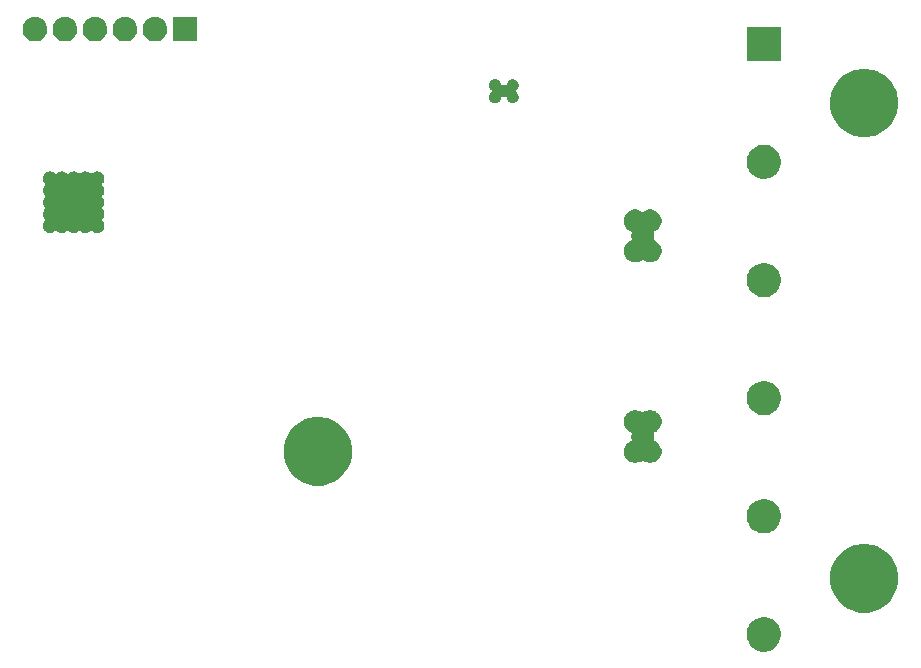
<source format=gbr>
G04 #@! TF.GenerationSoftware,KiCad,Pcbnew,(5.0.1)-3*
G04 #@! TF.CreationDate,2018-11-25T21:54:18-05:00*
G04 #@! TF.ProjectId,ESP32 Windlass,45535033322057696E646C6173732E6B,rev?*
G04 #@! TF.SameCoordinates,Original*
G04 #@! TF.FileFunction,Soldermask,Bot*
G04 #@! TF.FilePolarity,Negative*
%FSLAX46Y46*%
G04 Gerber Fmt 4.6, Leading zero omitted, Abs format (unit mm)*
G04 Created by KiCad (PCBNEW (5.0.1)-3) date 11/25/2018 9:54:18 PM*
%MOMM*%
%LPD*%
G01*
G04 APERTURE LIST*
%ADD10C,0.100000*%
G04 APERTURE END LIST*
D10*
G36*
X187922947Y-102355722D02*
X188186833Y-102465027D01*
X188424324Y-102623713D01*
X188626287Y-102825676D01*
X188784973Y-103063167D01*
X188894278Y-103327053D01*
X188950000Y-103607186D01*
X188950000Y-103892814D01*
X188894278Y-104172947D01*
X188784973Y-104436833D01*
X188626287Y-104674324D01*
X188424324Y-104876287D01*
X188186833Y-105034973D01*
X187922947Y-105144278D01*
X187642814Y-105200000D01*
X187357186Y-105200000D01*
X187077053Y-105144278D01*
X186813167Y-105034973D01*
X186575676Y-104876287D01*
X186373713Y-104674324D01*
X186215027Y-104436833D01*
X186105722Y-104172947D01*
X186050000Y-103892814D01*
X186050000Y-103607186D01*
X186105722Y-103327053D01*
X186215027Y-103063167D01*
X186373713Y-102825676D01*
X186575676Y-102623713D01*
X186813167Y-102465027D01*
X187077053Y-102355722D01*
X187357186Y-102300000D01*
X187642814Y-102300000D01*
X187922947Y-102355722D01*
X187922947Y-102355722D01*
G37*
G36*
X196659141Y-96174297D02*
X196845899Y-96211445D01*
X197064506Y-96301995D01*
X197373664Y-96430052D01*
X197848645Y-96747425D01*
X198252575Y-97151355D01*
X198569948Y-97626336D01*
X198788555Y-98154102D01*
X198900000Y-98714373D01*
X198900000Y-99285627D01*
X198788555Y-99845898D01*
X198569948Y-100373664D01*
X198252575Y-100848645D01*
X197848645Y-101252575D01*
X197373664Y-101569948D01*
X197064506Y-101698005D01*
X196845899Y-101788555D01*
X196659141Y-101825703D01*
X196285627Y-101900000D01*
X195714373Y-101900000D01*
X195340859Y-101825703D01*
X195154101Y-101788555D01*
X194935494Y-101698005D01*
X194626336Y-101569948D01*
X194151355Y-101252575D01*
X193747425Y-100848645D01*
X193430052Y-100373664D01*
X193211445Y-99845898D01*
X193100000Y-99285627D01*
X193100000Y-98714373D01*
X193211445Y-98154102D01*
X193430052Y-97626336D01*
X193747425Y-97151355D01*
X194151355Y-96747425D01*
X194626336Y-96430052D01*
X194935494Y-96301995D01*
X195154101Y-96211445D01*
X195340859Y-96174297D01*
X195714373Y-96100000D01*
X196285627Y-96100000D01*
X196659141Y-96174297D01*
X196659141Y-96174297D01*
G37*
G36*
X187922947Y-92355722D02*
X188186833Y-92465027D01*
X188424324Y-92623713D01*
X188626287Y-92825676D01*
X188784973Y-93063167D01*
X188894278Y-93327053D01*
X188950000Y-93607186D01*
X188950000Y-93892814D01*
X188894278Y-94172947D01*
X188784973Y-94436833D01*
X188626287Y-94674324D01*
X188424324Y-94876287D01*
X188186833Y-95034973D01*
X187922947Y-95144278D01*
X187642814Y-95200000D01*
X187357186Y-95200000D01*
X187077053Y-95144278D01*
X186813167Y-95034973D01*
X186575676Y-94876287D01*
X186373713Y-94674324D01*
X186215027Y-94436833D01*
X186105722Y-94172947D01*
X186050000Y-93892814D01*
X186050000Y-93607186D01*
X186105722Y-93327053D01*
X186215027Y-93063167D01*
X186373713Y-92825676D01*
X186575676Y-92623713D01*
X186813167Y-92465027D01*
X187077053Y-92355722D01*
X187357186Y-92300000D01*
X187642814Y-92300000D01*
X187922947Y-92355722D01*
X187922947Y-92355722D01*
G37*
G36*
X150409141Y-85424297D02*
X150595899Y-85461445D01*
X150814506Y-85551995D01*
X151123664Y-85680052D01*
X151598645Y-85997425D01*
X152002575Y-86401355D01*
X152319948Y-86876336D01*
X152448005Y-87185494D01*
X152538555Y-87404101D01*
X152541341Y-87418109D01*
X152650000Y-87964373D01*
X152650000Y-88535627D01*
X152612196Y-88725678D01*
X152538555Y-89095899D01*
X152516072Y-89150178D01*
X152319948Y-89623664D01*
X152002575Y-90098645D01*
X151598645Y-90502575D01*
X151123664Y-90819948D01*
X150814506Y-90948005D01*
X150595899Y-91038555D01*
X150409141Y-91075703D01*
X150035627Y-91150000D01*
X149464373Y-91150000D01*
X149090859Y-91075703D01*
X148904101Y-91038555D01*
X148685494Y-90948005D01*
X148376336Y-90819948D01*
X147901355Y-90502575D01*
X147497425Y-90098645D01*
X147180052Y-89623664D01*
X146983928Y-89150178D01*
X146961445Y-89095899D01*
X146887804Y-88725678D01*
X146850000Y-88535627D01*
X146850000Y-87964373D01*
X146958659Y-87418109D01*
X146961445Y-87404101D01*
X147051995Y-87185494D01*
X147180052Y-86876336D01*
X147497425Y-86401355D01*
X147901355Y-85997425D01*
X148376336Y-85680052D01*
X148685494Y-85551995D01*
X148904101Y-85461445D01*
X149090859Y-85424297D01*
X149464373Y-85350000D01*
X150035627Y-85350000D01*
X150409141Y-85424297D01*
X150409141Y-85424297D01*
G37*
G36*
X176895603Y-84804968D02*
X176895606Y-84804969D01*
X176895605Y-84804969D01*
X177070678Y-84877486D01*
X177180553Y-84950903D01*
X177202164Y-84962455D01*
X177225613Y-84969568D01*
X177249999Y-84971970D01*
X177274386Y-84969568D01*
X177297835Y-84962455D01*
X177319447Y-84950903D01*
X177429322Y-84877486D01*
X177604395Y-84804969D01*
X177604394Y-84804969D01*
X177604397Y-84804968D01*
X177790250Y-84768000D01*
X177979750Y-84768000D01*
X178165603Y-84804968D01*
X178165606Y-84804969D01*
X178165605Y-84804969D01*
X178340678Y-84877486D01*
X178418923Y-84929768D01*
X178498241Y-84982767D01*
X178632233Y-85116759D01*
X178685232Y-85196077D01*
X178737514Y-85274322D01*
X178793603Y-85409734D01*
X178810032Y-85449397D01*
X178847000Y-85635250D01*
X178847000Y-85824750D01*
X178810032Y-86010603D01*
X178810031Y-86010605D01*
X178737514Y-86185678D01*
X178737513Y-86185679D01*
X178632233Y-86343241D01*
X178498241Y-86477233D01*
X178450389Y-86509207D01*
X178340678Y-86582514D01*
X178257261Y-86617066D01*
X178235650Y-86628617D01*
X178216708Y-86644163D01*
X178201163Y-86663105D01*
X178189612Y-86684716D01*
X178182499Y-86708165D01*
X178180097Y-86732551D01*
X178182499Y-86756937D01*
X178212000Y-86905250D01*
X178212000Y-87094750D01*
X178182499Y-87243063D01*
X178180097Y-87267449D01*
X178182499Y-87291836D01*
X178189612Y-87315285D01*
X178201163Y-87336896D01*
X178216709Y-87355838D01*
X178235651Y-87371383D01*
X178257260Y-87382933D01*
X178340678Y-87417486D01*
X178340679Y-87417487D01*
X178498241Y-87522767D01*
X178632233Y-87656759D01*
X178673345Y-87718287D01*
X178737514Y-87814322D01*
X178759550Y-87867522D01*
X178810032Y-87989397D01*
X178847000Y-88175250D01*
X178847000Y-88364750D01*
X178810032Y-88550603D01*
X178810031Y-88550605D01*
X178737514Y-88725678D01*
X178737513Y-88725679D01*
X178632233Y-88883241D01*
X178498241Y-89017233D01*
X178482082Y-89028030D01*
X178340678Y-89122514D01*
X178205266Y-89178603D01*
X178165603Y-89195032D01*
X177979750Y-89232000D01*
X177790250Y-89232000D01*
X177604397Y-89195032D01*
X177582032Y-89185768D01*
X177429322Y-89122514D01*
X177319446Y-89049097D01*
X177297836Y-89037545D01*
X177274387Y-89030432D01*
X177250001Y-89028030D01*
X177225614Y-89030432D01*
X177202165Y-89037545D01*
X177180554Y-89049097D01*
X177070678Y-89122514D01*
X176917968Y-89185768D01*
X176895603Y-89195032D01*
X176709750Y-89232000D01*
X176520250Y-89232000D01*
X176334397Y-89195032D01*
X176294734Y-89178603D01*
X176159322Y-89122514D01*
X176017918Y-89028030D01*
X176001759Y-89017233D01*
X175867767Y-88883241D01*
X175762487Y-88725679D01*
X175762486Y-88725678D01*
X175689969Y-88550605D01*
X175689968Y-88550603D01*
X175653000Y-88364750D01*
X175653000Y-88175250D01*
X175689968Y-87989397D01*
X175740450Y-87867522D01*
X175762486Y-87814322D01*
X175826655Y-87718287D01*
X175867767Y-87656759D01*
X176001759Y-87522767D01*
X176159321Y-87417487D01*
X176159322Y-87417486D01*
X176242740Y-87382933D01*
X176264350Y-87371383D01*
X176283292Y-87355837D01*
X176298837Y-87336895D01*
X176310388Y-87315284D01*
X176317501Y-87291835D01*
X176319903Y-87267449D01*
X176317501Y-87243063D01*
X176288000Y-87094750D01*
X176288000Y-86905250D01*
X176317501Y-86756937D01*
X176319903Y-86732551D01*
X176317501Y-86708164D01*
X176310388Y-86684715D01*
X176298837Y-86663104D01*
X176283291Y-86644162D01*
X176264349Y-86628617D01*
X176242739Y-86617066D01*
X176159322Y-86582514D01*
X176049611Y-86509207D01*
X176001759Y-86477233D01*
X175867767Y-86343241D01*
X175762487Y-86185679D01*
X175762486Y-86185678D01*
X175689969Y-86010605D01*
X175689968Y-86010603D01*
X175653000Y-85824750D01*
X175653000Y-85635250D01*
X175689968Y-85449397D01*
X175706397Y-85409734D01*
X175762486Y-85274322D01*
X175814768Y-85196077D01*
X175867767Y-85116759D01*
X176001759Y-84982767D01*
X176081077Y-84929768D01*
X176159322Y-84877486D01*
X176334395Y-84804969D01*
X176334394Y-84804969D01*
X176334397Y-84804968D01*
X176520250Y-84768000D01*
X176709750Y-84768000D01*
X176895603Y-84804968D01*
X176895603Y-84804968D01*
G37*
G36*
X187922947Y-82355722D02*
X188186833Y-82465027D01*
X188424324Y-82623713D01*
X188626287Y-82825676D01*
X188784973Y-83063167D01*
X188894278Y-83327053D01*
X188950000Y-83607186D01*
X188950000Y-83892814D01*
X188894278Y-84172947D01*
X188784973Y-84436833D01*
X188626287Y-84674324D01*
X188424324Y-84876287D01*
X188186833Y-85034973D01*
X187922947Y-85144278D01*
X187642814Y-85200000D01*
X187357186Y-85200000D01*
X187077053Y-85144278D01*
X186813167Y-85034973D01*
X186575676Y-84876287D01*
X186373713Y-84674324D01*
X186215027Y-84436833D01*
X186105722Y-84172947D01*
X186050000Y-83892814D01*
X186050000Y-83607186D01*
X186105722Y-83327053D01*
X186215027Y-83063167D01*
X186373713Y-82825676D01*
X186575676Y-82623713D01*
X186813167Y-82465027D01*
X187077053Y-82355722D01*
X187357186Y-82300000D01*
X187642814Y-82300000D01*
X187922947Y-82355722D01*
X187922947Y-82355722D01*
G37*
G36*
X187922947Y-72355722D02*
X188186833Y-72465027D01*
X188424324Y-72623713D01*
X188626287Y-72825676D01*
X188784973Y-73063167D01*
X188894278Y-73327053D01*
X188950000Y-73607186D01*
X188950000Y-73892814D01*
X188894278Y-74172947D01*
X188784973Y-74436833D01*
X188626287Y-74674324D01*
X188424324Y-74876287D01*
X188186833Y-75034973D01*
X187922947Y-75144278D01*
X187642814Y-75200000D01*
X187357186Y-75200000D01*
X187077053Y-75144278D01*
X186813167Y-75034973D01*
X186575676Y-74876287D01*
X186373713Y-74674324D01*
X186215027Y-74436833D01*
X186105722Y-74172947D01*
X186050000Y-73892814D01*
X186050000Y-73607186D01*
X186105722Y-73327053D01*
X186215027Y-73063167D01*
X186373713Y-72825676D01*
X186575676Y-72623713D01*
X186813167Y-72465027D01*
X187077053Y-72355722D01*
X187357186Y-72300000D01*
X187642814Y-72300000D01*
X187922947Y-72355722D01*
X187922947Y-72355722D01*
G37*
G36*
X176895603Y-67804968D02*
X176895606Y-67804969D01*
X176895605Y-67804969D01*
X177070678Y-67877486D01*
X177180553Y-67950903D01*
X177202164Y-67962455D01*
X177225613Y-67969568D01*
X177249999Y-67971970D01*
X177274386Y-67969568D01*
X177297835Y-67962455D01*
X177319447Y-67950903D01*
X177429322Y-67877486D01*
X177604395Y-67804969D01*
X177604394Y-67804969D01*
X177604397Y-67804968D01*
X177790250Y-67768000D01*
X177979750Y-67768000D01*
X178165603Y-67804968D01*
X178165606Y-67804969D01*
X178165605Y-67804969D01*
X178340678Y-67877486D01*
X178418923Y-67929768D01*
X178498241Y-67982767D01*
X178632233Y-68116759D01*
X178632234Y-68116761D01*
X178737514Y-68274322D01*
X178758510Y-68325012D01*
X178810032Y-68449397D01*
X178847000Y-68635250D01*
X178847000Y-68824750D01*
X178810032Y-69010603D01*
X178810031Y-69010605D01*
X178737514Y-69185678D01*
X178737513Y-69185679D01*
X178632233Y-69343241D01*
X178498241Y-69477233D01*
X178418923Y-69530232D01*
X178340678Y-69582514D01*
X178259719Y-69616048D01*
X178257261Y-69617066D01*
X178235650Y-69628617D01*
X178216708Y-69644163D01*
X178201163Y-69663105D01*
X178189612Y-69684716D01*
X178182499Y-69708165D01*
X178180097Y-69732551D01*
X178182499Y-69756937D01*
X178212000Y-69905250D01*
X178212000Y-70094750D01*
X178182499Y-70243063D01*
X178180097Y-70267449D01*
X178182499Y-70291836D01*
X178189612Y-70315285D01*
X178201163Y-70336896D01*
X178216709Y-70355838D01*
X178235651Y-70371383D01*
X178257260Y-70382933D01*
X178340678Y-70417486D01*
X178340679Y-70417487D01*
X178498241Y-70522767D01*
X178632233Y-70656759D01*
X178632234Y-70656761D01*
X178737514Y-70814322D01*
X178783371Y-70925031D01*
X178810032Y-70989397D01*
X178847000Y-71175250D01*
X178847000Y-71364750D01*
X178810032Y-71550603D01*
X178810031Y-71550605D01*
X178737514Y-71725678D01*
X178737513Y-71725679D01*
X178632233Y-71883241D01*
X178498241Y-72017233D01*
X178482082Y-72028030D01*
X178340678Y-72122514D01*
X178205266Y-72178603D01*
X178165603Y-72195032D01*
X177979750Y-72232000D01*
X177790250Y-72232000D01*
X177604397Y-72195032D01*
X177582032Y-72185768D01*
X177429322Y-72122514D01*
X177319446Y-72049097D01*
X177297836Y-72037545D01*
X177274387Y-72030432D01*
X177250001Y-72028030D01*
X177225614Y-72030432D01*
X177202165Y-72037545D01*
X177180554Y-72049097D01*
X177070678Y-72122514D01*
X176917968Y-72185768D01*
X176895603Y-72195032D01*
X176709750Y-72232000D01*
X176520250Y-72232000D01*
X176334397Y-72195032D01*
X176294734Y-72178603D01*
X176159322Y-72122514D01*
X176017918Y-72028030D01*
X176001759Y-72017233D01*
X175867767Y-71883241D01*
X175762487Y-71725679D01*
X175762486Y-71725678D01*
X175689969Y-71550605D01*
X175689968Y-71550603D01*
X175653000Y-71364750D01*
X175653000Y-71175250D01*
X175689968Y-70989397D01*
X175716629Y-70925031D01*
X175762486Y-70814322D01*
X175867766Y-70656761D01*
X175867767Y-70656759D01*
X176001759Y-70522767D01*
X176159321Y-70417487D01*
X176159322Y-70417486D01*
X176242740Y-70382933D01*
X176264350Y-70371383D01*
X176283292Y-70355837D01*
X176298837Y-70336895D01*
X176310388Y-70315284D01*
X176317501Y-70291835D01*
X176319903Y-70267449D01*
X176317501Y-70243063D01*
X176288000Y-70094750D01*
X176288000Y-69905250D01*
X176317501Y-69756937D01*
X176319903Y-69732551D01*
X176317501Y-69708164D01*
X176310388Y-69684715D01*
X176298837Y-69663104D01*
X176283291Y-69644162D01*
X176264349Y-69628617D01*
X176242739Y-69617066D01*
X176240281Y-69616048D01*
X176159322Y-69582514D01*
X176081077Y-69530232D01*
X176001759Y-69477233D01*
X175867767Y-69343241D01*
X175762487Y-69185679D01*
X175762486Y-69185678D01*
X175689969Y-69010605D01*
X175689968Y-69010603D01*
X175653000Y-68824750D01*
X175653000Y-68635250D01*
X175689968Y-68449397D01*
X175741490Y-68325012D01*
X175762486Y-68274322D01*
X175867766Y-68116761D01*
X175867767Y-68116759D01*
X176001759Y-67982767D01*
X176081077Y-67929768D01*
X176159322Y-67877486D01*
X176334395Y-67804969D01*
X176334394Y-67804969D01*
X176334397Y-67804968D01*
X176520250Y-67768000D01*
X176709750Y-67768000D01*
X176895603Y-67804968D01*
X176895603Y-67804968D01*
G37*
G36*
X127245012Y-64573057D02*
X127354207Y-64618287D01*
X127452481Y-64683952D01*
X127481612Y-64713083D01*
X127500554Y-64728629D01*
X127522165Y-64740180D01*
X127545614Y-64747293D01*
X127570000Y-64749695D01*
X127594386Y-64747293D01*
X127617835Y-64740180D01*
X127639446Y-64728629D01*
X127658388Y-64713083D01*
X127687519Y-64683952D01*
X127785793Y-64618287D01*
X127894988Y-64573057D01*
X128010904Y-64550000D01*
X128129096Y-64550000D01*
X128245012Y-64573057D01*
X128354207Y-64618287D01*
X128452481Y-64683952D01*
X128481612Y-64713083D01*
X128500554Y-64728629D01*
X128522165Y-64740180D01*
X128545614Y-64747293D01*
X128570000Y-64749695D01*
X128594386Y-64747293D01*
X128617835Y-64740180D01*
X128639446Y-64728629D01*
X128658388Y-64713083D01*
X128687519Y-64683952D01*
X128785793Y-64618287D01*
X128894988Y-64573057D01*
X129010904Y-64550000D01*
X129129096Y-64550000D01*
X129245012Y-64573057D01*
X129354207Y-64618287D01*
X129452481Y-64683952D01*
X129481612Y-64713083D01*
X129500554Y-64728629D01*
X129522165Y-64740180D01*
X129545614Y-64747293D01*
X129570000Y-64749695D01*
X129594386Y-64747293D01*
X129617835Y-64740180D01*
X129639446Y-64728629D01*
X129658388Y-64713083D01*
X129687519Y-64683952D01*
X129785793Y-64618287D01*
X129894988Y-64573057D01*
X130010904Y-64550000D01*
X130129096Y-64550000D01*
X130245012Y-64573057D01*
X130354207Y-64618287D01*
X130452481Y-64683952D01*
X130481612Y-64713083D01*
X130500554Y-64728629D01*
X130522165Y-64740180D01*
X130545614Y-64747293D01*
X130570000Y-64749695D01*
X130594386Y-64747293D01*
X130617835Y-64740180D01*
X130639446Y-64728629D01*
X130658388Y-64713083D01*
X130687519Y-64683952D01*
X130785793Y-64618287D01*
X130894988Y-64573057D01*
X131010904Y-64550000D01*
X131129096Y-64550000D01*
X131245012Y-64573057D01*
X131354207Y-64618287D01*
X131452481Y-64683952D01*
X131536048Y-64767519D01*
X131601713Y-64865793D01*
X131646943Y-64974988D01*
X131670000Y-65090904D01*
X131670000Y-65209096D01*
X131646943Y-65325012D01*
X131601713Y-65434207D01*
X131536048Y-65532481D01*
X131506917Y-65561612D01*
X131491371Y-65580554D01*
X131479820Y-65602165D01*
X131472707Y-65625614D01*
X131470305Y-65650000D01*
X131472707Y-65674386D01*
X131479820Y-65697835D01*
X131491371Y-65719446D01*
X131506917Y-65738388D01*
X131536048Y-65767519D01*
X131601713Y-65865793D01*
X131646943Y-65974988D01*
X131670000Y-66090904D01*
X131670000Y-66209096D01*
X131646943Y-66325012D01*
X131601713Y-66434207D01*
X131536048Y-66532481D01*
X131506917Y-66561612D01*
X131491371Y-66580554D01*
X131479820Y-66602165D01*
X131472707Y-66625614D01*
X131470305Y-66650000D01*
X131472707Y-66674386D01*
X131479820Y-66697835D01*
X131491371Y-66719446D01*
X131506917Y-66738388D01*
X131536048Y-66767519D01*
X131601713Y-66865793D01*
X131646943Y-66974988D01*
X131670000Y-67090904D01*
X131670000Y-67209096D01*
X131646943Y-67325012D01*
X131601713Y-67434207D01*
X131536048Y-67532481D01*
X131506917Y-67561612D01*
X131491371Y-67580554D01*
X131479820Y-67602165D01*
X131472707Y-67625614D01*
X131470305Y-67650000D01*
X131472707Y-67674386D01*
X131479820Y-67697835D01*
X131491371Y-67719446D01*
X131506917Y-67738388D01*
X131536048Y-67767519D01*
X131601713Y-67865793D01*
X131646943Y-67974988D01*
X131670000Y-68090904D01*
X131670000Y-68209096D01*
X131646943Y-68325012D01*
X131601713Y-68434207D01*
X131536048Y-68532481D01*
X131506917Y-68561612D01*
X131491371Y-68580554D01*
X131479820Y-68602165D01*
X131472707Y-68625614D01*
X131470305Y-68650000D01*
X131472707Y-68674386D01*
X131479820Y-68697835D01*
X131491371Y-68719446D01*
X131506917Y-68738388D01*
X131536048Y-68767519D01*
X131601713Y-68865793D01*
X131646943Y-68974988D01*
X131670000Y-69090904D01*
X131670000Y-69209096D01*
X131646943Y-69325012D01*
X131601713Y-69434207D01*
X131536048Y-69532481D01*
X131452481Y-69616048D01*
X131354207Y-69681713D01*
X131245012Y-69726943D01*
X131129096Y-69750000D01*
X131010904Y-69750000D01*
X130894988Y-69726943D01*
X130785793Y-69681713D01*
X130687519Y-69616048D01*
X130658388Y-69586917D01*
X130639446Y-69571371D01*
X130617835Y-69559820D01*
X130594386Y-69552707D01*
X130570000Y-69550305D01*
X130545614Y-69552707D01*
X130522165Y-69559820D01*
X130500554Y-69571371D01*
X130481612Y-69586917D01*
X130452481Y-69616048D01*
X130354207Y-69681713D01*
X130245012Y-69726943D01*
X130129096Y-69750000D01*
X130010904Y-69750000D01*
X129894988Y-69726943D01*
X129785793Y-69681713D01*
X129687519Y-69616048D01*
X129658388Y-69586917D01*
X129639446Y-69571371D01*
X129617835Y-69559820D01*
X129594386Y-69552707D01*
X129570000Y-69550305D01*
X129545614Y-69552707D01*
X129522165Y-69559820D01*
X129500554Y-69571371D01*
X129481612Y-69586917D01*
X129452481Y-69616048D01*
X129354207Y-69681713D01*
X129245012Y-69726943D01*
X129129096Y-69750000D01*
X129010904Y-69750000D01*
X128894988Y-69726943D01*
X128785793Y-69681713D01*
X128687519Y-69616048D01*
X128658388Y-69586917D01*
X128639446Y-69571371D01*
X128617835Y-69559820D01*
X128594386Y-69552707D01*
X128570000Y-69550305D01*
X128545614Y-69552707D01*
X128522165Y-69559820D01*
X128500554Y-69571371D01*
X128481612Y-69586917D01*
X128452481Y-69616048D01*
X128354207Y-69681713D01*
X128245012Y-69726943D01*
X128129096Y-69750000D01*
X128010904Y-69750000D01*
X127894988Y-69726943D01*
X127785793Y-69681713D01*
X127687519Y-69616048D01*
X127658388Y-69586917D01*
X127639446Y-69571371D01*
X127617835Y-69559820D01*
X127594386Y-69552707D01*
X127570000Y-69550305D01*
X127545614Y-69552707D01*
X127522165Y-69559820D01*
X127500554Y-69571371D01*
X127481612Y-69586917D01*
X127452481Y-69616048D01*
X127354207Y-69681713D01*
X127245012Y-69726943D01*
X127129096Y-69750000D01*
X127010904Y-69750000D01*
X126894988Y-69726943D01*
X126785793Y-69681713D01*
X126687519Y-69616048D01*
X126603952Y-69532481D01*
X126538287Y-69434207D01*
X126493057Y-69325012D01*
X126470000Y-69209096D01*
X126470000Y-69090904D01*
X126493057Y-68974988D01*
X126538287Y-68865793D01*
X126603952Y-68767519D01*
X126633083Y-68738388D01*
X126648629Y-68719446D01*
X126660180Y-68697835D01*
X126667293Y-68674386D01*
X126669695Y-68650000D01*
X126667293Y-68625614D01*
X126660180Y-68602165D01*
X126648629Y-68580554D01*
X126633083Y-68561612D01*
X126603952Y-68532481D01*
X126538287Y-68434207D01*
X126493057Y-68325012D01*
X126470000Y-68209096D01*
X126470000Y-68090904D01*
X126493057Y-67974988D01*
X126538287Y-67865793D01*
X126603952Y-67767519D01*
X126633083Y-67738388D01*
X126648629Y-67719446D01*
X126660180Y-67697835D01*
X126667293Y-67674386D01*
X126669695Y-67650000D01*
X126667293Y-67625614D01*
X126660180Y-67602165D01*
X126648629Y-67580554D01*
X126633083Y-67561612D01*
X126603952Y-67532481D01*
X126538287Y-67434207D01*
X126493057Y-67325012D01*
X126470000Y-67209096D01*
X126470000Y-67090904D01*
X126493057Y-66974988D01*
X126538287Y-66865793D01*
X126603952Y-66767519D01*
X126633083Y-66738388D01*
X126648629Y-66719446D01*
X126660180Y-66697835D01*
X126667293Y-66674386D01*
X126669695Y-66650000D01*
X126667293Y-66625614D01*
X126660180Y-66602165D01*
X126648629Y-66580554D01*
X126633083Y-66561612D01*
X126603952Y-66532481D01*
X126538287Y-66434207D01*
X126493057Y-66325012D01*
X126470000Y-66209096D01*
X126470000Y-66090904D01*
X126493057Y-65974988D01*
X126538287Y-65865793D01*
X126603952Y-65767519D01*
X126633083Y-65738388D01*
X126648629Y-65719446D01*
X126660180Y-65697835D01*
X126667293Y-65674386D01*
X126669695Y-65650000D01*
X126667293Y-65625614D01*
X126660180Y-65602165D01*
X126648629Y-65580554D01*
X126633083Y-65561612D01*
X126603952Y-65532481D01*
X126538287Y-65434207D01*
X126493057Y-65325012D01*
X126470000Y-65209096D01*
X126470000Y-65090904D01*
X126493057Y-64974988D01*
X126538287Y-64865793D01*
X126603952Y-64767519D01*
X126687519Y-64683952D01*
X126785793Y-64618287D01*
X126894988Y-64573057D01*
X127010904Y-64550000D01*
X127129096Y-64550000D01*
X127245012Y-64573057D01*
X127245012Y-64573057D01*
G37*
G36*
X187922947Y-62355722D02*
X188186833Y-62465027D01*
X188424324Y-62623713D01*
X188626287Y-62825676D01*
X188784973Y-63063167D01*
X188894278Y-63327053D01*
X188950000Y-63607186D01*
X188950000Y-63892814D01*
X188894278Y-64172947D01*
X188784973Y-64436833D01*
X188626287Y-64674324D01*
X188424324Y-64876287D01*
X188186833Y-65034973D01*
X187922947Y-65144278D01*
X187642814Y-65200000D01*
X187357186Y-65200000D01*
X187077053Y-65144278D01*
X186813167Y-65034973D01*
X186575676Y-64876287D01*
X186373713Y-64674324D01*
X186215027Y-64436833D01*
X186105722Y-64172947D01*
X186050000Y-63892814D01*
X186050000Y-63607186D01*
X186105722Y-63327053D01*
X186215027Y-63063167D01*
X186373713Y-62825676D01*
X186575676Y-62623713D01*
X186813167Y-62465027D01*
X187077053Y-62355722D01*
X187357186Y-62300000D01*
X187642814Y-62300000D01*
X187922947Y-62355722D01*
X187922947Y-62355722D01*
G37*
G36*
X196659141Y-55924297D02*
X196845899Y-55961445D01*
X197064506Y-56051995D01*
X197373664Y-56180052D01*
X197848645Y-56497425D01*
X198252575Y-56901355D01*
X198569948Y-57376336D01*
X198664313Y-57604155D01*
X198788555Y-57904101D01*
X198810248Y-58013161D01*
X198900000Y-58464373D01*
X198900000Y-59035627D01*
X198788555Y-59595898D01*
X198569948Y-60123664D01*
X198252575Y-60598645D01*
X197848645Y-61002575D01*
X197373664Y-61319948D01*
X197064506Y-61448005D01*
X196845899Y-61538555D01*
X196659141Y-61575703D01*
X196285627Y-61650000D01*
X195714373Y-61650000D01*
X195340859Y-61575703D01*
X195154101Y-61538555D01*
X194935494Y-61448005D01*
X194626336Y-61319948D01*
X194151355Y-61002575D01*
X193747425Y-60598645D01*
X193430052Y-60123664D01*
X193211445Y-59595898D01*
X193100000Y-59035627D01*
X193100000Y-58464373D01*
X193189752Y-58013161D01*
X193211445Y-57904101D01*
X193335687Y-57604155D01*
X193430052Y-57376336D01*
X193747425Y-56901355D01*
X194151355Y-56497425D01*
X194626336Y-56180052D01*
X194935494Y-56051995D01*
X195154101Y-55961445D01*
X195340859Y-55924297D01*
X195714373Y-55850000D01*
X196285627Y-55850000D01*
X196659141Y-55924297D01*
X196659141Y-55924297D01*
G37*
G36*
X164895845Y-56769215D02*
X164931769Y-56784095D01*
X164986839Y-56806906D01*
X165054415Y-56852059D01*
X165068734Y-56861627D01*
X165138373Y-56931266D01*
X165193095Y-57013163D01*
X165230785Y-57104155D01*
X165242677Y-57163941D01*
X165249790Y-57187390D01*
X165261341Y-57209000D01*
X165276887Y-57227943D01*
X165295829Y-57243488D01*
X165317440Y-57255039D01*
X165340889Y-57262152D01*
X165365275Y-57264554D01*
X165389661Y-57262152D01*
X165450753Y-57250000D01*
X165549247Y-57250000D01*
X165610339Y-57262152D01*
X165634725Y-57264554D01*
X165659111Y-57262152D01*
X165682560Y-57255039D01*
X165704171Y-57243488D01*
X165723113Y-57227942D01*
X165738659Y-57209000D01*
X165750210Y-57187389D01*
X165757323Y-57163941D01*
X165769215Y-57104155D01*
X165806905Y-57013163D01*
X165861627Y-56931266D01*
X165931266Y-56861627D01*
X165945585Y-56852059D01*
X166013161Y-56806906D01*
X166068232Y-56784095D01*
X166104155Y-56769215D01*
X166200754Y-56750000D01*
X166299246Y-56750000D01*
X166395845Y-56769215D01*
X166431769Y-56784095D01*
X166486839Y-56806906D01*
X166554415Y-56852059D01*
X166568734Y-56861627D01*
X166638373Y-56931266D01*
X166693095Y-57013163D01*
X166730785Y-57104155D01*
X166750000Y-57200755D01*
X166750000Y-57299245D01*
X166730785Y-57395845D01*
X166693095Y-57486837D01*
X166638373Y-57568734D01*
X166568732Y-57638375D01*
X166557220Y-57646067D01*
X166538278Y-57661612D01*
X166522733Y-57680554D01*
X166511182Y-57702165D01*
X166504069Y-57725614D01*
X166501667Y-57750000D01*
X166504069Y-57774387D01*
X166511182Y-57797836D01*
X166522734Y-57819447D01*
X166538279Y-57838389D01*
X166557220Y-57853933D01*
X166568732Y-57861625D01*
X166638373Y-57931266D01*
X166693095Y-58013163D01*
X166730785Y-58104155D01*
X166750000Y-58200755D01*
X166750000Y-58299245D01*
X166730785Y-58395845D01*
X166693095Y-58486837D01*
X166638373Y-58568734D01*
X166568734Y-58638373D01*
X166568731Y-58638375D01*
X166486839Y-58693094D01*
X166395845Y-58730785D01*
X166299246Y-58750000D01*
X166200754Y-58750000D01*
X166104155Y-58730785D01*
X166013161Y-58693094D01*
X165931269Y-58638375D01*
X165931266Y-58638373D01*
X165861627Y-58568734D01*
X165806905Y-58486837D01*
X165769215Y-58395845D01*
X165757323Y-58336059D01*
X165750210Y-58312610D01*
X165738659Y-58291000D01*
X165723113Y-58272057D01*
X165704171Y-58256512D01*
X165682560Y-58244961D01*
X165659111Y-58237848D01*
X165634725Y-58235446D01*
X165610339Y-58237848D01*
X165549247Y-58250000D01*
X165450753Y-58250000D01*
X165389661Y-58237848D01*
X165365275Y-58235446D01*
X165340889Y-58237848D01*
X165317440Y-58244961D01*
X165295829Y-58256512D01*
X165276887Y-58272058D01*
X165261341Y-58291000D01*
X165249790Y-58312611D01*
X165242677Y-58336059D01*
X165230785Y-58395845D01*
X165193095Y-58486837D01*
X165138373Y-58568734D01*
X165068734Y-58638373D01*
X165068731Y-58638375D01*
X164986839Y-58693094D01*
X164895845Y-58730785D01*
X164799246Y-58750000D01*
X164700754Y-58750000D01*
X164604155Y-58730785D01*
X164513161Y-58693094D01*
X164431269Y-58638375D01*
X164431266Y-58638373D01*
X164361627Y-58568734D01*
X164306905Y-58486837D01*
X164269215Y-58395845D01*
X164250000Y-58299245D01*
X164250000Y-58200755D01*
X164269215Y-58104155D01*
X164306905Y-58013163D01*
X164361627Y-57931266D01*
X164431268Y-57861625D01*
X164442780Y-57853933D01*
X164461722Y-57838388D01*
X164477267Y-57819446D01*
X164488818Y-57797835D01*
X164495931Y-57774386D01*
X164498333Y-57750000D01*
X164495931Y-57725613D01*
X164488818Y-57702164D01*
X164477266Y-57680553D01*
X164461721Y-57661611D01*
X164442780Y-57646067D01*
X164431268Y-57638375D01*
X164361627Y-57568734D01*
X164306905Y-57486837D01*
X164269215Y-57395845D01*
X164250000Y-57299245D01*
X164250000Y-57200755D01*
X164269215Y-57104155D01*
X164306905Y-57013163D01*
X164361627Y-56931266D01*
X164431266Y-56861627D01*
X164445585Y-56852059D01*
X164513161Y-56806906D01*
X164568232Y-56784095D01*
X164604155Y-56769215D01*
X164700754Y-56750000D01*
X164799246Y-56750000D01*
X164895845Y-56769215D01*
X164895845Y-56769215D01*
G37*
G36*
X188950000Y-55200000D02*
X186050000Y-55200000D01*
X186050000Y-52300000D01*
X188950000Y-52300000D01*
X188950000Y-55200000D01*
X188950000Y-55200000D01*
G37*
G36*
X139550000Y-53550000D02*
X137450000Y-53550000D01*
X137450000Y-51450000D01*
X139550000Y-51450000D01*
X139550000Y-53550000D01*
X139550000Y-53550000D01*
G37*
G36*
X136088707Y-51457597D02*
X136165836Y-51465193D01*
X136297787Y-51505220D01*
X136363763Y-51525233D01*
X136546172Y-51622733D01*
X136706054Y-51753946D01*
X136837267Y-51913828D01*
X136934767Y-52096237D01*
X136934767Y-52096238D01*
X136994807Y-52294164D01*
X137015080Y-52500000D01*
X136994807Y-52705836D01*
X136954780Y-52837787D01*
X136934767Y-52903763D01*
X136837267Y-53086172D01*
X136706054Y-53246054D01*
X136546172Y-53377267D01*
X136363763Y-53474767D01*
X136297787Y-53494780D01*
X136165836Y-53534807D01*
X136088707Y-53542403D01*
X136011580Y-53550000D01*
X135908420Y-53550000D01*
X135831293Y-53542403D01*
X135754164Y-53534807D01*
X135622213Y-53494780D01*
X135556237Y-53474767D01*
X135373828Y-53377267D01*
X135213946Y-53246054D01*
X135082733Y-53086172D01*
X134985233Y-52903763D01*
X134965220Y-52837787D01*
X134925193Y-52705836D01*
X134904920Y-52500000D01*
X134925193Y-52294164D01*
X134985233Y-52096238D01*
X134985233Y-52096237D01*
X135082733Y-51913828D01*
X135213946Y-51753946D01*
X135373828Y-51622733D01*
X135556237Y-51525233D01*
X135622213Y-51505220D01*
X135754164Y-51465193D01*
X135831293Y-51457597D01*
X135908420Y-51450000D01*
X136011580Y-51450000D01*
X136088707Y-51457597D01*
X136088707Y-51457597D01*
G37*
G36*
X133548707Y-51457597D02*
X133625836Y-51465193D01*
X133757787Y-51505220D01*
X133823763Y-51525233D01*
X134006172Y-51622733D01*
X134166054Y-51753946D01*
X134297267Y-51913828D01*
X134394767Y-52096237D01*
X134394767Y-52096238D01*
X134454807Y-52294164D01*
X134475080Y-52500000D01*
X134454807Y-52705836D01*
X134414780Y-52837787D01*
X134394767Y-52903763D01*
X134297267Y-53086172D01*
X134166054Y-53246054D01*
X134006172Y-53377267D01*
X133823763Y-53474767D01*
X133757787Y-53494780D01*
X133625836Y-53534807D01*
X133548707Y-53542403D01*
X133471580Y-53550000D01*
X133368420Y-53550000D01*
X133291293Y-53542403D01*
X133214164Y-53534807D01*
X133082213Y-53494780D01*
X133016237Y-53474767D01*
X132833828Y-53377267D01*
X132673946Y-53246054D01*
X132542733Y-53086172D01*
X132445233Y-52903763D01*
X132425220Y-52837787D01*
X132385193Y-52705836D01*
X132364920Y-52500000D01*
X132385193Y-52294164D01*
X132445233Y-52096238D01*
X132445233Y-52096237D01*
X132542733Y-51913828D01*
X132673946Y-51753946D01*
X132833828Y-51622733D01*
X133016237Y-51525233D01*
X133082213Y-51505220D01*
X133214164Y-51465193D01*
X133291293Y-51457597D01*
X133368420Y-51450000D01*
X133471580Y-51450000D01*
X133548707Y-51457597D01*
X133548707Y-51457597D01*
G37*
G36*
X131008707Y-51457597D02*
X131085836Y-51465193D01*
X131217787Y-51505220D01*
X131283763Y-51525233D01*
X131466172Y-51622733D01*
X131626054Y-51753946D01*
X131757267Y-51913828D01*
X131854767Y-52096237D01*
X131854767Y-52096238D01*
X131914807Y-52294164D01*
X131935080Y-52500000D01*
X131914807Y-52705836D01*
X131874780Y-52837787D01*
X131854767Y-52903763D01*
X131757267Y-53086172D01*
X131626054Y-53246054D01*
X131466172Y-53377267D01*
X131283763Y-53474767D01*
X131217787Y-53494780D01*
X131085836Y-53534807D01*
X131008707Y-53542403D01*
X130931580Y-53550000D01*
X130828420Y-53550000D01*
X130751293Y-53542403D01*
X130674164Y-53534807D01*
X130542213Y-53494780D01*
X130476237Y-53474767D01*
X130293828Y-53377267D01*
X130133946Y-53246054D01*
X130002733Y-53086172D01*
X129905233Y-52903763D01*
X129885220Y-52837787D01*
X129845193Y-52705836D01*
X129824920Y-52500000D01*
X129845193Y-52294164D01*
X129905233Y-52096238D01*
X129905233Y-52096237D01*
X130002733Y-51913828D01*
X130133946Y-51753946D01*
X130293828Y-51622733D01*
X130476237Y-51525233D01*
X130542213Y-51505220D01*
X130674164Y-51465193D01*
X130751293Y-51457597D01*
X130828420Y-51450000D01*
X130931580Y-51450000D01*
X131008707Y-51457597D01*
X131008707Y-51457597D01*
G37*
G36*
X128468707Y-51457597D02*
X128545836Y-51465193D01*
X128677787Y-51505220D01*
X128743763Y-51525233D01*
X128926172Y-51622733D01*
X129086054Y-51753946D01*
X129217267Y-51913828D01*
X129314767Y-52096237D01*
X129314767Y-52096238D01*
X129374807Y-52294164D01*
X129395080Y-52500000D01*
X129374807Y-52705836D01*
X129334780Y-52837787D01*
X129314767Y-52903763D01*
X129217267Y-53086172D01*
X129086054Y-53246054D01*
X128926172Y-53377267D01*
X128743763Y-53474767D01*
X128677787Y-53494780D01*
X128545836Y-53534807D01*
X128468707Y-53542403D01*
X128391580Y-53550000D01*
X128288420Y-53550000D01*
X128211293Y-53542403D01*
X128134164Y-53534807D01*
X128002213Y-53494780D01*
X127936237Y-53474767D01*
X127753828Y-53377267D01*
X127593946Y-53246054D01*
X127462733Y-53086172D01*
X127365233Y-52903763D01*
X127345220Y-52837787D01*
X127305193Y-52705836D01*
X127284920Y-52500000D01*
X127305193Y-52294164D01*
X127365233Y-52096238D01*
X127365233Y-52096237D01*
X127462733Y-51913828D01*
X127593946Y-51753946D01*
X127753828Y-51622733D01*
X127936237Y-51525233D01*
X128002213Y-51505220D01*
X128134164Y-51465193D01*
X128211293Y-51457597D01*
X128288420Y-51450000D01*
X128391580Y-51450000D01*
X128468707Y-51457597D01*
X128468707Y-51457597D01*
G37*
G36*
X125928707Y-51457597D02*
X126005836Y-51465193D01*
X126137787Y-51505220D01*
X126203763Y-51525233D01*
X126386172Y-51622733D01*
X126546054Y-51753946D01*
X126677267Y-51913828D01*
X126774767Y-52096237D01*
X126774767Y-52096238D01*
X126834807Y-52294164D01*
X126855080Y-52500000D01*
X126834807Y-52705836D01*
X126794780Y-52837787D01*
X126774767Y-52903763D01*
X126677267Y-53086172D01*
X126546054Y-53246054D01*
X126386172Y-53377267D01*
X126203763Y-53474767D01*
X126137787Y-53494780D01*
X126005836Y-53534807D01*
X125928707Y-53542403D01*
X125851580Y-53550000D01*
X125748420Y-53550000D01*
X125671293Y-53542403D01*
X125594164Y-53534807D01*
X125462213Y-53494780D01*
X125396237Y-53474767D01*
X125213828Y-53377267D01*
X125053946Y-53246054D01*
X124922733Y-53086172D01*
X124825233Y-52903763D01*
X124805220Y-52837787D01*
X124765193Y-52705836D01*
X124744920Y-52500000D01*
X124765193Y-52294164D01*
X124825233Y-52096238D01*
X124825233Y-52096237D01*
X124922733Y-51913828D01*
X125053946Y-51753946D01*
X125213828Y-51622733D01*
X125396237Y-51525233D01*
X125462213Y-51505220D01*
X125594164Y-51465193D01*
X125671293Y-51457597D01*
X125748420Y-51450000D01*
X125851580Y-51450000D01*
X125928707Y-51457597D01*
X125928707Y-51457597D01*
G37*
M02*

</source>
